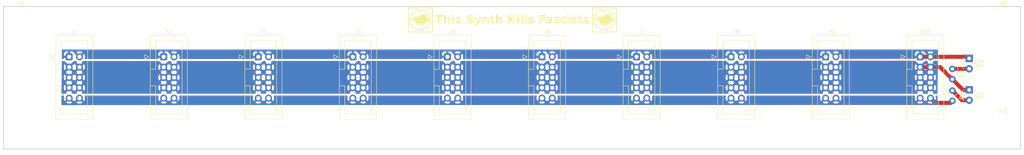
<source format=kicad_pcb>
(kicad_pcb (version 20241229) (generator "pcbnew") (generator_version "9.0")
  (layers (0 "F.Cu" signal) (2 "B.Cu" signal) (13 "F.Paste" user) (15 "B.Paste" user) (5 "F.SilkS" user "F.Silkscreen") (7 "B.SilkS" user "B.Silkscreen") (1 "F.Mask" user) (3 "B.Mask" user) (25 "Edge.Cuts" user))
  (net 0 "")
  (net 1 "GND")
  (net 2 "Net-(D1-A)")
  (net 3 "-12V")
  (net 4 "Net-(D2-A)")
  (net 5 "+12V")
  (footprint "MountingHole:MountingHole_4mm" (layer "F.Cu") (at 268.54 24.645)
    (property "Reference" "H2" (at 0 -4.95 0) (layer "F.SilkS"))
    (property "Value" "MountingHole")
    (pad "" np_thru_hole circle (at 0 0) (size 4 4) (drill 4) (layers "*.Cu" "*.Mask"))
  )
  (footprint "Connector_IDC:IDC-Header_2x05_P2.54mm_Vertical" (layer "F.Cu") (at 108.679566 32.81)
    (property "Reference" "J4" (at 1.27 -6.1 0) (layer "F.SilkS"))
    (property "Value" "Conn_02x05_Odd_Even")
    (pad "1" thru_hole roundrect (at 0 0) (size 1.7 1.7) (drill 1) (layers "*.Cu" "*.Mask") (roundrect_rratio 0.147059) (net 3 "-12V"))
    (pad "2" thru_hole circle (at 2.54 0) (size 1.7 1.7) (drill 1) (layers "*.Cu" "*.Mask") (net 3 "-12V"))
    (pad "3" thru_hole circle (at 0 2.54) (size 1.7 1.7) (drill 1) (layers "*.Cu" "*.Mask") (net 1 "GND"))
    (pad "4" thru_hole circle (at 2.54 2.54) (size 1.7 1.7) (drill 1) (layers "*.Cu" "*.Mask") (net 1 "GND"))
    (pad "5" thru_hole circle (at 0 5.08) (size 1.7 1.7) (drill 1) (layers "*.Cu" "*.Mask") (net 1 "GND"))
    (pad "6" thru_hole circle (at 2.54 5.08) (size 1.7 1.7) (drill 1) (layers "*.Cu" "*.Mask") (net 1 "GND"))
    (pad "7" thru_hole circle (at 0 7.62) (size 1.7 1.7) (drill 1) (layers "*.Cu" "*.Mask") (net 1 "GND"))
    (pad "8" thru_hole circle (at 2.54 7.62) (size 1.7 1.7) (drill 1) (layers "*.Cu" "*.Mask") (net 1 "GND"))
    (pad "9" thru_hole circle (at 0 10.16) (size 1.7 1.7) (drill 1) (layers "*.Cu" "*.Mask") (net 5 "+12V"))
    (pad "10" thru_hole circle (at 2.54 10.16) (size 1.7 1.7) (drill 1) (layers "*.Cu" "*.Mask") (net 5 "+12V"))
  )
  (footprint "Connector_IDC:IDC-Header_2x05_P2.54mm_Vertical" (layer "F.Cu") (at 224.896233 32.81)
    (property "Reference" "J9" (at 1.27 -6.1 0) (layer "F.SilkS"))
    (property "Value" "Conn_02x05_Odd_Even")
    (pad "1" thru_hole roundrect (at 0 0) (size 1.7 1.7) (drill 1) (layers "*.Cu" "*.Mask") (roundrect_rratio 0.147059) (net 3 "-12V"))
    (pad "2" thru_hole circle (at 2.54 0) (size 1.7 1.7) (drill 1) (layers "*.Cu" "*.Mask") (net 3 "-12V"))
    (pad "3" thru_hole circle (at 0 2.54) (size 1.7 1.7) (drill 1) (layers "*.Cu" "*.Mask") (net 1 "GND"))
    (pad "4" thru_hole circle (at 2.54 2.54) (size 1.7 1.7) (drill 1) (layers "*.Cu" "*.Mask") (net 1 "GND"))
    (pad "5" thru_hole circle (at 0 5.08) (size 1.7 1.7) (drill 1) (layers "*.Cu" "*.Mask") (net 1 "GND"))
    (pad "6" thru_hole circle (at 2.54 5.08) (size 1.7 1.7) (drill 1) (layers "*.Cu" "*.Mask") (net 1 "GND"))
    (pad "7" thru_hole circle (at 0 7.62) (size 1.7 1.7) (drill 1) (layers "*.Cu" "*.Mask") (net 1 "GND"))
    (pad "8" thru_hole circle (at 2.54 7.62) (size 1.7 1.7) (drill 1) (layers "*.Cu" "*.Mask") (net 1 "GND"))
    (pad "9" thru_hole circle (at 0 10.16) (size 1.7 1.7) (drill 1) (layers "*.Cu" "*.Mask") (net 5 "+12V"))
    (pad "10" thru_hole circle (at 2.54 10.16) (size 1.7 1.7) (drill 1) (layers "*.Cu" "*.Mask") (net 5 "+12V"))
  )
  (footprint "Connector_IDC:IDC-Header_2x05_P2.54mm_Vertical" (layer "F.Cu") (at 155.166233 32.81)
    (property "Reference" "J6" (at 1.27 -6.1 0) (layer "F.SilkS"))
    (property "Value" "Conn_02x05_Odd_Even")
    (pad "1" thru_hole roundrect (at 0 0) (size 1.7 1.7) (drill 1) (layers "*.Cu" "*.Mask") (roundrect_rratio 0.147059) (net 3 "-12V"))
    (pad "2" thru_hole circle (at 2.54 0) (size 1.7 1.7) (drill 1) (layers "*.Cu" "*.Mask") (net 3 "-12V"))
    (pad "3" thru_hole circle (at 0 2.54) (size 1.7 1.7) (drill 1) (layers "*.Cu" "*.Mask") (net 1 "GND"))
    (pad "4" thru_hole circle (at 2.54 2.54) (size 1.7 1.7) (drill 1) (layers "*.Cu" "*.Mask") (net 1 "GND"))
    (pad "5" thru_hole circle (at 0 5.08) (size 1.7 1.7) (drill 1) (layers "*.Cu" "*.Mask") (net 1 "GND"))
    (pad "6" thru_hole circle (at 2.54 5.08) (size 1.7 1.7) (drill 1) (layers "*.Cu" "*.Mask") (net 1 "GND"))
    (pad "7" thru_hole circle (at 0 7.62) (size 1.7 1.7) (drill 1) (layers "*.Cu" "*.Mask") (net 1 "GND"))
    (pad "8" thru_hole circle (at 2.54 7.62) (size 1.7 1.7) (drill 1) (layers "*.Cu" "*.Mask") (net 1 "GND"))
    (pad "9" thru_hole circle (at 0 10.16) (size 1.7 1.7) (drill 1) (layers "*.Cu" "*.Mask") (net 5 "+12V"))
    (pad "10" thru_hole circle (at 2.54 10.16) (size 1.7 1.7) (drill 1) (layers "*.Cu" "*.Mask") (net 5 "+12V"))
  )
  (footprint "Eurorack:LED_D3.0mm" (layer "F.Cu") (at 260.189566 33.21 -90)
    (property "Reference" "D2" (at 1.27 -2.96 90) (layer "F.SilkS"))
    (property "Value" "LED")
    (pad "1" thru_hole rect (at 0 0 270) (size 1.8 1.8) (drill 0.9) (layers "*.Cu" "*.Mask") (net 3 "-12V"))
    (pad "2" thru_hole circle (at 2.54 0 270) (size 1.8 1.8) (drill 0.9) (layers "*.Cu" "*.Mask") (net 4 "Net-(D2-A)"))
  )
  (footprint "Resistor_THT:R_Axial_DIN0207_L6.3mm_D2.5mm_P2.54mm_Vertical" (layer "F.Cu") (at 256.049566 35.785 -90)
    (property "Reference" "R2" (at 1.27 -2.37 90) (layer "F.SilkS"))
    (property "Value" "R")
    (pad "1" thru_hole circle (at 0 0 270) (size 1.6 1.6) (drill 0.8) (layers "*.Cu" "*.Mask") (net 4 "Net-(D2-A)"))
    (pad "2" thru_hole circle (at 2.54 0 270) (size 1.6 1.6) (drill 0.8) (layers "*.Cu" "*.Mask") (net 1 "GND"))
  )
  (footprint "Eurorack:LED_D3.0mm" (layer "F.Cu") (at 260.189566 40.94 -90)
    (property "Reference" "D1" (at 1.27 -2.96 90) (layer "F.SilkS"))
    (property "Value" "LED")
    (pad "1" thru_hole rect (at 0 0 270) (size 1.8 1.8) (drill 0.9) (layers "*.Cu" "*.Mask") (net 1 "GND"))
    (pad "2" thru_hole circle (at 2.54 0 270) (size 1.8 1.8) (drill 0.9) (layers "*.Cu" "*.Mask") (net 2 "Net-(D1-A)"))
  )
  (footprint "Connector_IDC:IDC-Header_2x05_P2.54mm_Vertical" (layer "F.Cu") (at 38.949566 32.81)
    (property "Reference" "J1" (at 1.27 -6.1 0) (layer "F.SilkS"))
    (property "Value" "Conn_02x05_Odd_Even")
    (pad "1" thru_hole roundrect (at 0 0) (size 1.7 1.7) (drill 1) (layers "*.Cu" "*.Mask") (roundrect_rratio 0.147059) (net 3 "-12V"))
    (pad "2" thru_hole circle (at 2.54 0) (size 1.7 1.7) (drill 1) (layers "*.Cu" "*.Mask") (net 3 "-12V"))
    (pad "3" thru_hole circle (at 0 2.54) (size 1.7 1.7) (drill 1) (layers "*.Cu" "*.Mask") (net 1 "GND"))
    (pad "4" thru_hole circle (at 2.54 2.54) (size 1.7 1.7) (drill 1) (layers "*.Cu" "*.Mask") (net 1 "GND"))
    (pad "5" thru_hole circle (at 0 5.08) (size 1.7 1.7) (drill 1) (layers "*.Cu" "*.Mask") (net 1 "GND"))
    (pad "6" thru_hole circle (at 2.54 5.08) (size 1.7 1.7) (drill 1) (layers "*.Cu" "*.Mask") (net 1 "GND"))
    (pad "7" thru_hole circle (at 0 7.62) (size 1.7 1.7) (drill 1) (layers "*.Cu" "*.Mask") (net 1 "GND"))
    (pad "8" thru_hole circle (at 2.54 7.62) (size 1.7 1.7) (drill 1) (layers "*.Cu" "*.Mask") (net 1 "GND"))
    (pad "9" thru_hole circle (at 0 10.16) (size 1.7 1.7) (drill 1) (layers "*.Cu" "*.Mask") (net 5 "+12V"))
    (pad "10" thru_hole circle (at 2.54 10.16) (size 1.7 1.7) (drill 1) (layers "*.Cu" "*.Mask") (net 5 "+12V"))
  )
  (footprint "eurorack_frontpanel_biondo:black_flag" (layer "F.Cu") (at 170.433913 23.735368)
    (property "Reference" "REF**" (hide yes))
    (property "Value" "black_flag")
  )
  (footprint "eurorack_frontpanel_biondo:black_flag" (layer "F.Cu") (at 125.206087 23.735368)
    (property "Reference" "REF**" (hide yes))
    (property "Value" "black_flag")
  )
  (footprint "Connector_IDC:IDC-Header_2x05_P2.54mm_Vertical" (layer "F.Cu") (at 62.192899 32.81)
    (property "Reference" "J2" (at 1.27 -6.1 0) (layer "F.SilkS"))
    (property "Value" "Conn_02x05_Odd_Even")
    (pad "1" thru_hole roundrect (at 0 0) (size 1.7 1.7) (drill 1) (layers "*.Cu" "*.Mask") (roundrect_rratio 0.147059) (net 3 "-12V"))
    (pad "2" thru_hole circle (at 2.54 0) (size 1.7 1.7) (drill 1) (layers "*.Cu" "*.Mask") (net 3 "-12V"))
    (pad "3" thru_hole circle (at 0 2.54) (size 1.7 1.7) (drill 1) (layers "*.Cu" "*.Mask") (net 1 "GND"))
    (pad "4" thru_hole circle (at 2.54 2.54) (size 1.7 1.7) (drill 1) (layers "*.Cu" "*.Mask") (net 1 "GND"))
    (pad "5" thru_hole circle (at 0 5.08) (size 1.7 1.7) (drill 1) (layers "*.Cu" "*.Mask") (net 1 "GND"))
    (pad "6" thru_hole circle (at 2.54 5.08) (size 1.7 1.7) (drill 1) (layers "*.Cu" "*.Mask") (net 1 "GND"))
    (pad "7" thru_hole circle (at 0 7.62) (size 1.7 1.7) (drill 1) (layers "*.Cu" "*.Mask") (net 1 "GND"))
    (pad "8" thru_hole circle (at 2.54 7.62) (size 1.7 1.7) (drill 1) (layers "*.Cu" "*.Mask") (net 1 "GND"))
    (pad "9" thru_hole circle (at 0 10.16) (size 1.7 1.7) (drill 1) (layers "*.Cu" "*.Mask") (net 5 "+12V"))
    (pad "10" thru_hole circle (at 2.54 10.16) (size 1.7 1.7) (drill 1) (layers "*.Cu" "*.Mask") (net 5 "+12V"))
  )
  (footprint "MountingHole:MountingHole_4mm" (layer "F.Cu") (at 268.54 51.135)
    (property "Reference" "H3" (at 0 -4.95 0) (layer "F.SilkS"))
    (property "Value" "MountingHole")
    (pad "" np_thru_hole circle (at 0 0) (size 4 4) (drill 4) (layers "*.Cu" "*.Mask"))
  )
  (footprint "Connector_IDC:IDC-Header_2x05_P2.54mm_Vertical" (layer "F.Cu") (at 201.652899 32.81)
    (property "Reference" "J8" (at 1.27 -6.1 0) (layer "F.SilkS"))
    (property "Value" "Conn_02x05_Odd_Even")
    (pad "1" thru_hole roundrect (at 0 0) (size 1.7 1.7) (drill 1) (layers "*.Cu" "*.Mask") (roundrect_rratio 0.147059) (net 3 "-12V"))
    (pad "2" thru_hole circle (at 2.54 0) (size 1.7 1.7) (drill 1) (layers "*.Cu" "*.Mask") (net 3 "-12V"))
    (pad "3" thru_hole circle (at 0 2.54) (size 1.7 1.7) (drill 1) (layers "*.Cu" "*.Mask") (net 1 "GND"))
    (pad "4" thru_hole circle (at 2.54 2.54) (size 1.7 1.7) (drill 1) (layers "*.Cu" "*.Mask") (net 1 "GND"))
    (pad "5" thru_hole circle (at 0 5.08) (size 1.7 1.7) (drill 1) (layers "*.Cu" "*.Mask") (net 1 "GND"))
    (pad "6" thru_hole circle (at 2.54 5.08) (size 1.7 1.7) (drill 1) (layers "*.Cu" "*.Mask") (net 1 "GND"))
    (pad "7" thru_hole circle (at 0 7.62) (size 1.7 1.7) (drill 1) (layers "*.Cu" "*.Mask") (net 1 "GND"))
    (pad "8" thru_hole circle (at 2.54 7.62) (size 1.7 1.7) (drill 1) (layers "*.Cu" "*.Mask") (net 1 "GND"))
    (pad "9" thru_hole circle (at 0 10.16) (size 1.7 1.7) (drill 1) (layers "*.Cu" "*.Mask") (net 5 "+12V"))
    (pad "10" thru_hole circle (at 2.54 10.16) (size 1.7 1.7) (drill 1) (layers "*.Cu" "*.Mask") (net 5 "+12V"))
  )
  (footprint "Connector_IDC:IDC-Header_2x05_P2.54mm_Vertical" (layer "F.Cu") (at 85.436233 32.81)
    (property "Reference" "J3" (at 1.27 -6.1 0) (layer "F.SilkS"))
    (property "Value" "Conn_02x05_Odd_Even")
    (pad "1" thru_hole roundrect (at 0 0) (size 1.7 1.7) (drill 1) (layers "*.Cu" "*.Mask") (roundrect_rratio 0.147059) (net 3 "-12V"))
    (pad "2" thru_hole circle (at 2.54 0) (size 1.7 1.7) (drill 1) (layers "*.Cu" "*.Mask") (net 3 "-12V"))
    (pad "3" thru_hole circle (at 0 2.54) (size 1.7 1.7) (drill 1) (layers "*.Cu" "*.Mask") (net 1 "GND"))
    (pad "4" thru_hole circle (at 2.54 2.54) (size 1.7 1.7) (drill 1) (layers "*.Cu" "*.Mask") (net 1 "GND"))
    (pad "5" thru_hole circle (at 0 5.08) (size 1.7 1.7) (drill 1) (layers "*.Cu" "*.Mask") (net 1 "GND"))
    (pad "6" thru_hole circle (at 2.54 5.08) (size 1.7 1.7) (drill 1) (layers "*.Cu" "*.Mask") (net 1 "GND"))
    (pad "7" thru_hole circle (at 0 7.62) (size 1.7 1.7) (drill 1) (layers "*.Cu" "*.Mask") (net 1 "GND"))
    (pad "8" thru_hole circle (at 2.54 7.62) (size 1.7 1.7) (drill 1) (layers "*.Cu" "*.Mask") (net 1 "GND"))
    (pad "9" thru_hole circle (at 0 10.16) (size 1.7 1.7) (drill 1) (layers "*.Cu" "*.Mask") (net 5 "+12V"))
    (pad "10" thru_hole circle (at 2.54 10.16) (size 1.7 1.7) (drill 1) (layers "*.Cu" "*.Mask") (net 5 "+12V"))
  )
  (footprint "MountingHole:MountingHole_4mm" (layer "F.Cu") (at 27.1 24.645)
    (property "Reference" "H1" (at 0 -4.95 0) (layer "F.SilkS"))
    (property "Value" "MountingHole")
    (pad "" np_thru_hole circle (at 0 0) (size 4 4) (drill 4) (layers "*.Cu" "*.Mask"))
  )
  (footprint "Connector_IDC:IDC-Header_2x05_P2.54mm_Vertical" (layer "F.Cu") (at 178.409566 32.81)
    (property "Reference" "J7" (at 1.27 -6.1 0) (layer "F.SilkS"))
    (property "Value" "Conn_02x05_Odd_Even")
    (pad "1" thru_hole roundrect (at 0 0) (size 1.7 1.7) (drill 1) (layers "*.Cu" "*.Mask") (roundrect_rratio 0.147059) (net 3 "-12V"))
    (pad "2" thru_hole circle (at 2.54 0) (size 1.7 1.7) (drill 1) (layers "*.Cu" "*.Mask") (net 3 "-12V"))
    (pad "3" thru_hole circle (at 0 2.54) (size 1.7 1.7) (drill 1) (layers "*.Cu" "*.Mask") (net 1 "GND"))
    (pad "4" thru_hole circle (at 2.54 2.54) (size 1.7 1.7) (drill 1) (layers "*.Cu" "*.Mask") (net 1 "GND"))
    (pad "5" thru_hole circle (at 0 5.08) (size 1.7 1.7) (drill 1) (layers "*.Cu" "*.Mask") (net 1 "GND"))
    (pad "6" thru_hole circle (at 2.54 5.08) (size 1.7 1.7) (drill 1) (layers "*.Cu" "*.Mask") (net 1 "GND"))
    (pad "7" thru_hole circle (at 0 7.62) (size 1.7 1.7) (drill 1) (layers "*.Cu" "*.Mask") (net 1 "GND"))
    (pad "8" thru_hole circle (at 2.54 7.62) (size 1.7 1.7) (drill 1) (layers "*.Cu" "*.Mask") (net 1 "GND"))
    (pad "9" thru_hole circle (at 0 10.16) (size 1.7 1.7) (drill 1) (layers "*.Cu" "*.Mask") (net 5 "+12V"))
    (pad "10" thru_hole circle (at 2.54 10.16) (size 1.7 1.7) (drill 1) (layers "*.Cu" "*.Mask") (net 5 "+12V"))
  )
  (footprint "Connector_IDC:IDC-Header_2x05_P2.54mm_Vertical" (layer "F.Cu") (at 131.922899 32.81)
    (property "Reference" "J5" (at 1.27 -6.1 0) (layer "F.SilkS"))
    (property "Value" "Conn_02x05_Odd_Even")
    (pad "1" thru_hole roundrect (at 0 0) (size 1.7 1.7) (drill 1) (layers "*.Cu" "*.Mask") (roundrect_rratio 0.147059) (net 3 "-12V"))
    (pad "2" thru_hole circle (at 2.54 0) (size 1.7 1.7) (drill 1) (layers "*.Cu" "*.Mask") (net 3 "-12V"))
    (pad "3" thru_hole circle (at 0 2.54) (size 1.7 1.7) (drill 1) (layers "*.Cu" "*.Mask") (net 1 "GND"))
    (pad "4" thru_hole circle (at 2.54 2.54) (size 1.7 1.7) (drill 1) (layers "*.Cu" "*.Mask") (net 1 "GND"))
    (pad "5" thru_hole circle (at 0 5.08) (size 1.7 1.7) (drill 1) (layers "*.Cu" "*.Mask") (net 1 "GND"))
    (pad "6" thru_hole circle (at 2.54 5.08) (size 1.7 1.7) (drill 1) (layers "*.Cu" "*.Mask") (net 1 "GND"))
    (pad "7" thru_hole circle (at 0 7.62) (size 1.7 1.7) (drill 1) (layers "*.Cu" "*.Mask") (net 1 "GND"))
    (pad "8" thru_hole circle (at 2.54 7.62) (size 1.7 1.7) (drill 1) (layers "*.Cu" "*.Mask") (net 1 "GND"))
    (pad "9" thru_hole circle (at 0 10.16) (size 1.7 1.7) (drill 1) (layers "*.Cu" "*.Mask") (net 5 "+12V"))
    (pad "10" thru_hole circle (at 2.54 10.16) (size 1.7 1.7) (drill 1) (layers "*.Cu" "*.Mask") (net 5 "+12V"))
  )
  (footprint "Connector_IDC:IDC-Header_2x05_P2.54mm_Vertical" (layer "F.Cu") (at 248.139566 32.81)
    (property "Reference" "J10" (at 1.27 -6.1 0) (layer "F.SilkS"))
    (property "Value" "Conn_02x05_Odd_Even")
    (pad "1" thru_hole roundrect (at 0 0) (size 1.7 1.7) (drill 1) (layers "*.Cu" "*.Mask") (roundrect_rratio 0.147059) (net 3 "-12V"))
    (pad "2" thru_hole circle (at 2.54 0) (size 1.7 1.7) (drill 1) (layers "*.Cu" "*.Mask") (net 3 "-12V"))
    (pad "3" thru_hole circle (at 0 2.54) (size 1.7 1.7) (drill 1) (layers "*.Cu" "*.Mask") (net 1 "GND"))
    (pad "4" thru_hole circle (at 2.54 2.54) (size 1.7 1.7) (drill 1) (layers "*.Cu" "*.Mask") (net 1 "GND"))
    (pad "5" thru_hole circle (at 0 5.08) (size 1.7 1.7) (drill 1) (layers "*.Cu" "*.Mask") (net 1 "GND"))
    (pad "6" thru_hole circle (at 2.54 5.08) (size 1.7 1.7) (drill 1) (layers "*.Cu" "*.Mask") (net 1 "GND"))
    (pad "7" thru_hole circle (at 0 7.62) (size 1.7 1.7) (drill 1) (layers "*.Cu" "*.Mask") (net 1 "GND"))
    (pad "8" thru_hole circle (at 2.54 7.62) (size 1.7 1.7) (drill 1) (layers "*.Cu" "*.Mask") (net 1 "GND"))
    (pad "9" thru_hole circle (at 0 10.16) (size 1.7 1.7) (drill 1) (layers "*.Cu" "*.Mask") (net 5 "+12V"))
    (pad "10" thru_hole circle (at 2.54 10.16) (size 1.7 1.7) (drill 1) (layers "*.Cu" "*.Mask") (net 5 "+12V"))
  )
  (footprint "Resistor_THT:R_Axial_DIN0207_L6.3mm_D2.5mm_P2.54mm_Vertical" (layer "F.Cu") (at 256.069566 41.11 -90)
    (property "Reference" "R1" (at 1.27 -2.37 90) (layer "F.SilkS"))
    (property "Value" "R")
    (pad "1" thru_hole circle (at 0 0 270) (size 1.6 1.6) (drill 0.8) (layers "*.Cu" "*.Mask") (net 2 "Net-(D1-A)"))
    (pad "2" thru_hole circle (at 2.54 0 270) (size 1.6 1.6) (drill 0.8) (layers "*.Cu" "*.Mask") (net 5 "+12V"))
  )
  (gr_rect (start 22.84 20.455) (end 272.84 55.455) (stroke (width 0.2)) (fill no) (layer "Edge.Cuts"))
  (gr_text "This Synth Kills Fascists" (at 147.912174 23.747614 0) (layer "F.SilkS") (effects (font (size 2 2) (thickness 0.3) (bold yes))))
  (segment (start 258.664566 40.94) (end 256.049566 38.325) (width 1) (layer "F.Cu") (net 1))
  (segment (start 260.189566 40.94) (end 258.664566 40.94) (width 1) (layer "F.Cu") (net 1))
  (segment (start 253.074566 35.35) (end 256.049566 38.325) (width 1) (layer "F.Cu") (net 1))
  (segment (start 248.139566 35.35) (end 250.679566 35.35) (width 1) (layer "F.Cu") (net 1))
  (segment (start 250.679566 35.35) (end 253.074566 35.35) (width 1) (layer "F.Cu") (net 1))
  (segment (start 258.439566 43.48) (end 260.189566 43.48) (width 1) (layer "F.Cu") (net 2))
  (segment (start 256.069566 41.11) (end 258.439566 43.48) (width 1) (layer "F.Cu") (net 2))
  (segment (start 248.139566 32.81) (end 250.679566 32.81) (width 1) (layer "F.Cu") (net 3))
  (segment (start 260.109566 32.81) (end 260.509566 33.21) (width 1) (layer "F.Cu") (net 3))
  (segment (start 250.679566 32.81) (end 260.109566 32.81) (width 1) (layer "F.Cu") (net 3))
  (segment (start 256.049566 35.785) (end 260.474566 35.785) (width 1) (layer "F.Cu") (net 4))
  (segment (start 260.474566 35.785) (end 260.509566 35.75) (width 1) (layer "F.Cu") (net 4))
  (segment (start 251.839566 44.13) (end 255.589566 44.13) (width 1) (layer "F.Cu") (net 5))
  (segment (start 255.589566 44.13) (end 256.069566 43.65) (width 1) (layer "F.Cu") (net 5))
  (segment (start 250.679566 42.97) (end 251.839566 44.13) (width 1) (layer "F.Cu") (net 5))
  (zone (net 3) (net_name "-12V") (layers "F.Cu" "B.Cu") (connect_pads (clearance 0.5)) (min_thickness 0.25) (fill yes (thermal_gap 0.5) (thermal_bridge_width 0.5))
    (polygon (pts (xy 252.459566 31.05) (xy 252.459566 33.79) (xy 37.679566 33.85) (xy 37.179566 33.85) (xy 37.179566 31.04)))
  )
  (zone (net 5) (net_name "+12V") (layers "F.Cu" "B.Cu") (connect_pads (clearance 0.5)) (min_thickness 0.25) (fill yes (thermal_gap 0.5) (thermal_bridge_width 0.5))
    (polygon (pts (xy 252.389523 41.870832) (xy 252.389523 44.610832) (xy 37.609523 44.670832) (xy 37.109523 44.670832) (xy 37.109523 41.860832)))
  )
  (zone (net 1) (net_name "GND") (layers "F.Cu" "B.Cu") (priority 1) (connect_pads (clearance 0.5)) (min_thickness 0.25) (fill yes (thermal_gap 0.5) (thermal_bridge_width 0.5))
    (polygon (pts (xy 37.179566 33.85) (xy 37.109523 41.860832) (xy 252.389523 41.870832) (xy 252.459566 33.79)))
  )
)
</source>
